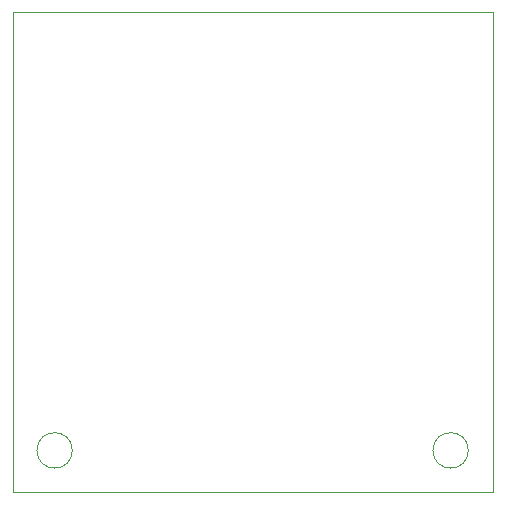
<source format=gbr>
%TF.GenerationSoftware,KiCad,Pcbnew,7.0.8*%
%TF.CreationDate,2023-10-28T09:33:15-07:00*%
%TF.ProjectId,lab2 KiCad,6c616232-204b-4694-9361-642e6b696361,rev?*%
%TF.SameCoordinates,Original*%
%TF.FileFunction,Profile,NP*%
%FSLAX46Y46*%
G04 Gerber Fmt 4.6, Leading zero omitted, Abs format (unit mm)*
G04 Created by KiCad (PCBNEW 7.0.8) date 2023-10-28 09:33:15*
%MOMM*%
%LPD*%
G01*
G04 APERTURE LIST*
%TA.AperFunction,Profile*%
%ADD10C,0.100000*%
%TD*%
G04 APERTURE END LIST*
D10*
X198604000Y-125984000D02*
G75*
G03*
X198604000Y-125984000I-1500000J0D01*
G01*
X165076000Y-125984000D02*
G75*
G03*
X165076000Y-125984000I-1500000J0D01*
G01*
X160020000Y-88900000D02*
X200660000Y-88900000D01*
X200660000Y-129540000D01*
X160020000Y-129540000D01*
X160020000Y-88900000D01*
M02*

</source>
